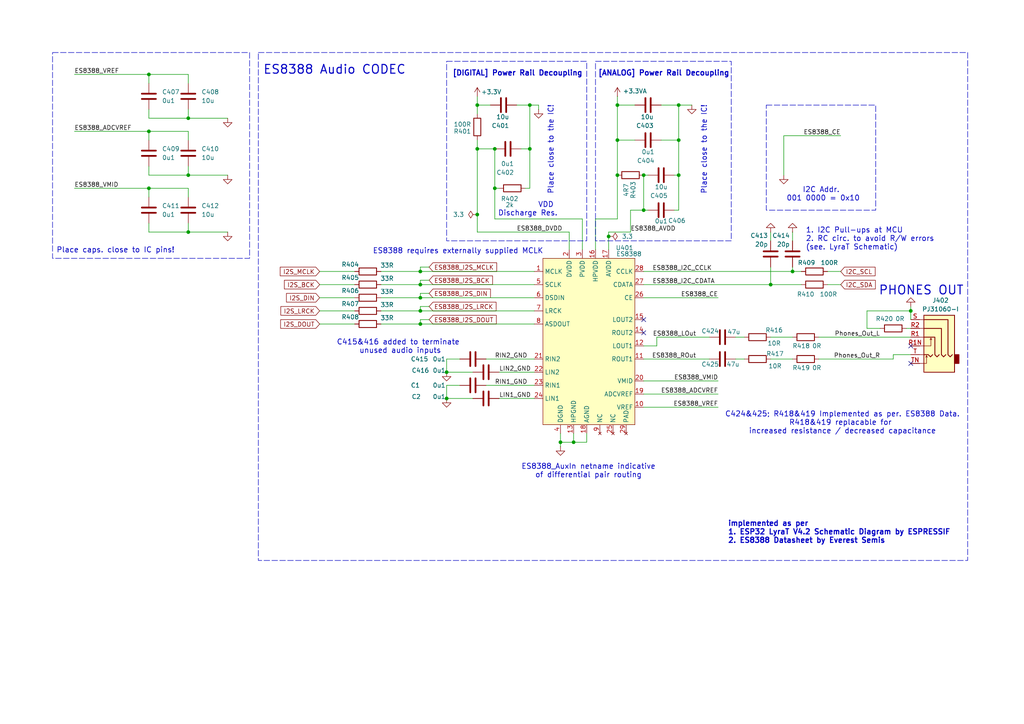
<source format=kicad_sch>
(kicad_sch (version 20231120) (generator "eeschema") (generator_version "8.0")
  (paper "A4")
  (title_block (title "BASM POCKETMUSEUM EDU V0") (date "2025-06-30"))
  (lib_symbols
    (symbol "Connector_Audio:AudioJack4_SwitchTR1"
      (property "Reference" "J" (at 0 11.43 0))
      (property "Value" "AudioJack4_SwitchTR1" (at 0 8.89 0))
      (symbol "AudioJack4_SwitchTR1_0_1"
        (rectangle (start -7.62 -5.08) (end -8.89 -7.62) (stroke (width 0.254)) (fill (type outline)))
        (polyline (pts (xy 1.27 -5.08) (xy 2.54 -5.08)))
        (polyline (pts (xy 1.27 2.54) (xy 2.54 2.54)))
        (polyline (pts (xy 2.54 0) (xy 1.27 0)))
        (polyline (pts (xy 2.54 5.08) (xy 1.27 5.08)))
        (rectangle (start 1.27 6.35) (end -7.62 -10.16) (stroke (width 0.254)) (fill (type background)))
      )
      (symbol "AudioJack4_SwitchTR1_1_1"
        (polyline (pts (xy -0.762 -0.254) (xy -0.508 -0.762)))
        (polyline (pts (xy 0.508 -5.334) (xy 0.762 -5.842)))
        (polyline (pts (xy -1.27 -5.08) (xy -0.635 -5.715) (xy 0 -5.08) (xy 1.27 -5.08)) (stroke (width 0.254)))
        (polyline (pts (xy 2.54 -7.62) (xy 0.508 -7.62) (xy 0.508 -5.334) (xy 0.254 -5.842)))
        (polyline (pts (xy 2.54 -2.54) (xy -0.762 -2.54) (xy -0.762 -0.254) (xy -1.016 -0.762)))
        (polyline (pts (xy -3.175 -5.08) (xy -2.54 -5.715) (xy -1.905 -5.08) (xy -1.905 0) (xy 1.27 0)) (stroke (width 0.254)))
        (polyline (pts (xy 1.27 2.54) (xy -3.81 2.54) (xy -3.81 -5.08) (xy -4.445 -5.715) (xy -5.08 -5.08)) (stroke (width 0.254)))
        (polyline (pts (xy 1.27 5.08) (xy -5.715 5.08) (xy -5.715 -5.08) (xy -6.35 -5.715) (xy -6.985 -5.08)) (stroke (width 0.254)))
        (pin passive line (at 5.08 0 180) (length 2.54) (name "~") (number "R1"))
        (pin passive line (at 5.08 -2.54 180) (length 2.54) (name "~") (number "R1N"))
        (pin passive line (at 5.08 2.54 180) (length 2.54) (name "~") (number "R2"))
        (pin passive line (at 5.08 5.08 180) (length 2.54) (name "~") (number "S"))
        (pin passive line (at 5.08 -5.08 180) (length 2.54) (name "~") (number "T"))
        (pin passive line (at 5.08 -7.62 180) (length 2.54) (name "~") (number "TN"))
      )
    )
    (symbol "Device:C" (pin_numbers hide) (pin_names (offset 0.254))
      (property "Reference" "C" (at 0.635 2.54 0))
      (property "Value" "C" (at 0.635 -2.54 0))
      (symbol "C_0_1"
        (polyline (pts (xy -2.032 -0.762) (xy 2.032 -0.762)) (stroke (width 0.508)))
        (polyline (pts (xy -2.032 0.762) (xy 2.032 0.762)) (stroke (width 0.508)))
      )
      (symbol "C_1_1"
        (pin passive line (at 0 3.81 270) (length 2.794) (name "~") (number "1"))
        (pin passive line (at 0 -3.81 90) (length 2.794) (name "~") (number "2"))
      )
    )
    (symbol "Device:R" (pin_numbers hide) (pin_names (offset 0))
      (property "Reference" "R" (at 2.032 0 90))
      (property "Value" "R" (at 0 0 90))
      (symbol "R_0_1"
        (rectangle (start -1.016 -2.54) (end 1.016 2.54) (stroke (width 0.254)))
      )
      (symbol "R_1_1"
        (pin passive line (at 0 3.81 270) (length 1.27) (name "~") (number "1"))
        (pin passive line (at 0 -3.81 90) (length 1.27) (name "~") (number "2"))
      )
    )
    (symbol "everestsemi:ES8388"
      (property "Reference" "U" (at 0 0 0))
      (symbol "ES8388_1_0"
        (pin input line (at 16.51 11.43 180) (length 2.54) (name "CE") (number "26"))
        (pin bidirectional line (at 16.51 15.24 180) (length 2.54) (name "CDATA") (number "27"))
        (pin input line (at 16.51 19.05 180) (length 2.54) (name "CCLK") (number "28"))
      )
      (symbol "ES8388_1_1"
        (rectangle (start -12.7 22.86) (end 13.97 -25.4) (fill (type background)))
        (pin input line (at -15.24 19.05 0) (length 2.54) (name "MCLK") (number "1"))
        (pin output line (at 16.51 -20.32 180) (length 2.54) (name "VREF") (number "10"))
        (pin output line (at 16.51 -6.35 180) (length 2.54) (name "ROUT1") (number "11"))
        (pin output line (at 16.51 -2.54 180) (length 2.54) (name "LOUT1") (number "12"))
        (pin power_in line (at -3.81 -27.94 90) (length 2.54) (name "HPGND") (number "13"))
        (pin output line (at 16.51 1.27 180) (length 2.54) (name "ROUT2") (number "14"))
        (pin output line (at 16.51 5.08 180) (length 2.54) (name "LOUT2") (number "15"))
        (pin power_in line (at 2.54 25.4 270) (length 2.54) (name "HPVDD") (number "16"))
        (pin power_in line (at 6.35 25.4 270) (length 2.54) (name "AVDD") (number "17"))
        (pin power_in line (at 0 -27.94 90) (length 2.54) (name "AGND") (number "18"))
        (pin output line (at 16.51 -16.51 180) (length 2.54) (name "ADCVREF") (number "19"))
        (pin power_in line (at -5.08 25.4 270) (length 2.54) (name "DVDD") (number "2"))
        (pin output line (at 16.51 -12.7 180) (length 2.54) (name "VMID") (number "20"))
        (pin input line (at -15.24 -6.35 0) (length 2.54) (name "RIN2") (number "21"))
        (pin input line (at -15.24 -10.16 0) (length 2.54) (name "LIN2") (number "22"))
        (pin input line (at -15.24 -13.97 0) (length 2.54) (name "RIN1") (number "23"))
        (pin input line (at -15.24 -17.78 0) (length 2.54) (name "LIN1") (number "24"))
        (pin no_connect line (at 7.62 -27.94 90) (length 2.54) (name "NC") (number "25"))
        (pin no_connect line (at 11.43 -27.94 90) (length 2.54) (name "PAD") (number "29"))
        (pin power_in line (at -1.27 25.4 270) (length 2.54) (name "PVDD") (number "3"))
        (pin power_in line (at -7.62 -27.94 90) (length 2.54) (name "DGND") (number "4"))
        (pin bidirectional line (at -15.24 15.24 0) (length 2.54) (name "SCLK") (number "5"))
        (pin input line (at -15.24 11.43 0) (length 2.54) (name "DSDIN") (number "6"))
        (pin bidirectional line (at -15.24 7.62 0) (length 2.54) (name "LRCK") (number "7"))
        (pin output line (at -15.24 3.81 0) (length 2.54) (name "ASDOUT") (number "8"))
        (pin no_connect line (at 3.81 -27.94 90) (length 2.54) (name "NC") (number "9"))
      )
    )
    (symbol "power:+3.3V" (power) (pin_numbers hide) (pin_names (offset 0) hide)
      (property "Value" "+3.3V" (at 0 3.556 0))
      (symbol "+3.3V_0_1"
        (polyline (pts (xy -0.762 1.27) (xy 0 2.54)))
        (polyline (pts (xy 0 0) (xy 0 2.54)))
        (polyline (pts (xy 0 2.54) (xy 0.762 1.27)))
      )
      (symbol "+3.3V_1_1"
        (pin power_in line (at 0 0 90) (length 0) (name "~") (number "1"))
      )
    )
    (symbol "power:+3.3VA" (power) (pin_numbers hide) (pin_names (offset 0) hide)
      (property "Value" "+3.3VA" (at 0 3.556 0))
      (symbol "+3.3VA_0_1"
        (polyline (pts (xy -0.762 1.27) (xy 0 2.54)))
        (polyline (pts (xy 0 0) (xy 0 2.54)))
        (polyline (pts (xy 0 2.54) (xy 0.762 1.27)))
      )
      (symbol "+3.3VA_1_1"
        (pin power_in line (at 0 0 90) (length 0) (name "~") (number "1"))
      )
    )
    (symbol "power:GND" (power) (pin_numbers hide) (pin_names (offset 0) hide)
      (property "Value" "GND" (at 0 -3.81 0))
      (symbol "GND_0_1"
        (polyline (pts (xy 0 0) (xy 0 -1.27) (xy 1.27 -1.27) (xy 0 -2.54) (xy -1.27 -1.27) (xy 0 -1.27)))
      )
      (symbol "GND_1_1"
        (pin power_in line (at 0 0 270) (length 0) (name "~") (number "1"))
      )
    )
    (symbol "power:PWR_FLAG" (power) (pin_numbers hide) (pin_names (offset 0) hide)
      (property "Value" "PWR_FLAG" (at 0 3.81 0))
      (symbol "PWR_FLAG_0_0"
        (pin power_out line (at 0 0 90) (length 0) (name "~") (number "1"))
      )
      (symbol "PWR_FLAG_0_1"
        (polyline (pts (xy 0 0) (xy 0 1.27) (xy -1.016 1.905) (xy 0 2.54) (xy 1.016 1.905) (xy 0 1.27)))
      )
    )
  )
  (junction (at 138.43 30.48))
  (junction (at 129.54 107.95))
  (junction (at 176.53 68.58))
  (junction (at 186.69 60.96))
  (junction (at 54.61 67.31))
  (junction (at 179.07 30.48))
  (junction (at 121.92 90.17))
  (junction (at 54.61 50.8))
  (junction (at 121.92 93.98))
  (junction (at 179.07 40.64))
  (junction (at 162.56 128.27))
  (junction (at 143.51 54.61))
  (junction (at 264.16 90.17))
  (junction (at 43.18 21.59))
  (junction (at 121.92 86.36))
  (junction (at 196.85 40.64))
  (junction (at 129.54 115.57))
  (junction (at 166.37 128.27))
  (junction (at 153.67 43.18))
  (junction (at 153.67 30.48))
  (junction (at 121.92 78.74))
  (junction (at 196.85 30.48))
  (junction (at 223.52 82.55))
  (junction (at 196.85 50.8))
  (junction (at 138.43 43.18))
  (junction (at 143.51 43.18))
  (junction (at 43.18 54.61))
  (junction (at 54.61 34.29))
  (junction (at 43.18 38.1))
  (junction (at 179.07 50.8))
  (junction (at 186.69 50.8))
  (junction (at 229.87 78.74))
  (junction (at 121.92 82.55))
  (junction (at 138.43 62.23))
  (no_connect (at 186.69 92.71))
  (no_connect (at 264.16 100.33))
  (no_connect (at 264.16 105.41))
  (no_connect (at 186.69 96.52))
  (wire (pts (xy 43.18 54.61) (xy 43.18 57.15)))
  (wire (pts (xy 129.54 104.14) (xy 129.54 107.95)))
  (wire (pts (xy 92.71 93.98) (xy 102.87 93.98)))
  (wire (pts (xy 153.67 30.48) (xy 153.67 43.18)))
  (wire (pts (xy 186.69 60.96) (xy 186.69 50.8)))
  (wire (pts (xy 110.49 82.55) (xy 121.92 82.55)))
  (wire (pts (xy 138.43 62.23) (xy 138.43 43.18)))
  (wire (pts (xy 144.78 115.57) (xy 154.94 115.57)))
  (wire (pts (xy 227.33 39.37) (xy 227.33 50.8)))
  (wire (pts (xy 92.71 86.36) (xy 102.87 86.36)))
  (wire (pts (xy 43.18 50.8) (xy 54.61 50.8)))
  (wire (pts (xy 182.88 67.31) (xy 182.88 60.96)))
  (wire (pts (xy 92.71 78.74) (xy 102.87 78.74)))
  (wire (pts (xy 54.61 48.26) (xy 54.61 50.8)))
  (wire (pts (xy 264.16 90.17) (xy 264.16 92.71)))
  (wire (pts (xy 138.43 43.18) (xy 138.43 40.64)))
  (wire (pts (xy 43.18 64.77) (xy 43.18 67.31)))
  (wire (pts (xy 170.18 128.27) (xy 166.37 128.27)))
  (wire (pts (xy 168.91 72.39) (xy 168.91 63.5)))
  (wire (pts (xy 129.54 111.76) (xy 129.54 115.57)))
  (wire (pts (xy 143.51 54.61) (xy 144.78 54.61)))
  (wire (pts (xy 92.71 90.17) (xy 102.87 90.17)))
  (wire (pts (xy 223.52 77.47) (xy 223.52 82.55)))
  (wire (pts (xy 227.33 39.37) (xy 243.84 39.37)))
  (wire (pts (xy 186.69 60.96) (xy 187.96 60.96)))
  (wire (pts (xy 110.49 93.98) (xy 121.92 93.98)))
  (wire (pts (xy 54.61 64.77) (xy 54.61 67.31)))
  (wire (pts (xy 190.5 97.79) (xy 190.5 100.33)))
  (wire (pts (xy 43.18 21.59) (xy 43.18 24.13)))
  (wire (pts (xy 251.46 90.17) (xy 264.16 90.17)))
  (wire (pts (xy 243.84 82.55) (xy 240.03 82.55)))
  (wire (pts (xy 165.1 72.39) (xy 165.1 67.31)))
  (wire (pts (xy 140.97 111.76) (xy 154.94 111.76)))
  (wire (pts (xy 153.67 30.48) (xy 156.21 30.48)))
  (wire (pts (xy 144.78 107.95) (xy 154.94 107.95)))
  (wire (pts (xy 121.92 82.55) (xy 154.94 82.55)))
  (wire (pts (xy 121.92 77.47) (xy 121.92 78.74)))
  (wire (pts (xy 43.18 48.26) (xy 43.18 50.8)))
  (wire (pts (xy 195.58 60.96) (xy 196.85 60.96)))
  (wire (pts (xy 186.69 114.3) (xy 208.28 114.3)))
  (wire (pts (xy 43.18 21.59) (xy 21.59 21.59)))
  (wire (pts (xy 152.4 54.61) (xy 153.67 54.61)))
  (wire (pts (xy 121.92 92.71) (xy 121.92 93.98)))
  (wire (pts (xy 121.92 81.28) (xy 121.92 82.55)))
  (wire (pts (xy 43.18 38.1) (xy 43.18 40.64)))
  (wire (pts (xy 196.85 50.8) (xy 196.85 40.64)))
  (wire (pts (xy 264.16 102.87) (xy 259.08 102.87)))
  (wire (pts (xy 264.16 88.9) (xy 264.16 90.17)))
  (wire (pts (xy 110.49 78.74) (xy 121.92 78.74)))
  (wire (pts (xy 232.41 78.74) (xy 229.87 78.74)))
  (wire (pts (xy 259.08 102.87) (xy 259.08 104.14)))
  (wire (pts (xy 54.61 50.8) (xy 66.04 50.8)))
  (wire (pts (xy 124.46 81.28) (xy 121.92 81.28)))
  (wire (pts (xy 121.92 86.36) (xy 154.94 86.36)))
  (wire (pts (xy 124.46 92.71) (xy 121.92 92.71)))
  (wire (pts (xy 186.69 118.11) (xy 208.28 118.11)))
  (wire (pts (xy 191.77 40.64) (xy 196.85 40.64)))
  (wire (pts (xy 186.69 78.74) (xy 229.87 78.74)))
  (wire (pts (xy 232.41 82.55) (xy 223.52 82.55)))
  (wire (pts (xy 229.87 67.31) (xy 229.87 69.85)))
  (wire (pts (xy 229.87 77.47) (xy 229.87 78.74)))
  (wire (pts (xy 186.69 104.14) (xy 205.74 104.14)))
  (wire (pts (xy 190.5 97.79) (xy 205.74 97.79)))
  (wire (pts (xy 121.92 78.74) (xy 154.94 78.74)))
  (wire (pts (xy 43.18 67.31) (xy 54.61 67.31)))
  (wire (pts (xy 186.69 110.49) (xy 208.28 110.49)))
  (wire (pts (xy 121.92 93.98) (xy 154.94 93.98)))
  (wire (pts (xy 195.58 50.8) (xy 196.85 50.8)))
  (wire (pts (xy 110.49 86.36) (xy 121.92 86.36)))
  (wire (pts (xy 54.61 24.13) (xy 54.61 21.59)))
  (wire (pts (xy 179.07 40.64) (xy 179.07 30.48)))
  (wire (pts (xy 92.71 82.55) (xy 102.87 82.55)))
  (wire (pts (xy 140.97 104.14) (xy 154.94 104.14)))
  (wire (pts (xy 166.37 125.73) (xy 166.37 128.27)))
  (wire (pts (xy 121.92 88.9) (xy 121.92 90.17)))
  (wire (pts (xy 213.36 104.14) (xy 215.9 104.14)))
  (wire (pts (xy 259.08 104.14) (xy 237.49 104.14)))
  (wire (pts (xy 138.43 33.02) (xy 138.43 30.48)))
  (wire (pts (xy 172.72 63.5) (xy 179.07 63.5)))
  (wire (pts (xy 172.72 63.5) (xy 172.72 72.39)))
  (wire (pts (xy 129.54 104.14) (xy 133.35 104.14)))
  (wire (pts (xy 121.92 85.09) (xy 121.92 86.36)))
  (wire (pts (xy 124.46 88.9) (xy 121.92 88.9)))
  (wire (pts (xy 54.61 67.31) (xy 66.04 67.31)))
  (wire (pts (xy 143.51 54.61) (xy 143.51 43.18)))
  (wire (pts (xy 43.18 31.75) (xy 43.18 34.29)))
  (wire (pts (xy 196.85 40.64) (xy 196.85 30.48)))
  (wire (pts (xy 156.21 30.48) (xy 156.21 31.75)))
  (wire (pts (xy 129.54 111.76) (xy 133.35 111.76)))
  (wire (pts (xy 129.54 115.57) (xy 137.16 115.57)))
  (wire (pts (xy 153.67 43.18) (xy 151.13 43.18)))
  (wire (pts (xy 223.52 104.14) (xy 229.87 104.14)))
  (wire (pts (xy 179.07 50.8) (xy 179.07 40.64)))
  (wire (pts (xy 186.69 82.55) (xy 223.52 82.55)))
  (wire (pts (xy 153.67 54.61) (xy 153.67 43.18)))
  (wire (pts (xy 138.43 67.31) (xy 138.43 62.23)))
  (wire (pts (xy 162.56 128.27) (xy 162.56 129.54)))
  (wire (pts (xy 121.92 90.17) (xy 154.94 90.17)))
  (wire (pts (xy 54.61 40.64) (xy 54.61 38.1)))
  (wire (pts (xy 196.85 60.96) (xy 196.85 50.8)))
  (wire (pts (xy 223.52 69.85) (xy 223.52 67.31)))
  (wire (pts (xy 129.54 107.95) (xy 137.16 107.95)))
  (wire (pts (xy 54.61 57.15) (xy 54.61 54.61)))
  (wire (pts (xy 191.77 30.48) (xy 196.85 30.48)))
  (wire (pts (xy 54.61 38.1) (xy 43.18 38.1)))
  (wire (pts (xy 251.46 95.25) (xy 251.46 90.17)))
  (wire (pts (xy 213.36 97.79) (xy 215.9 97.79)))
  (wire (pts (xy 182.88 60.96) (xy 186.69 60.96)))
  (wire (pts (xy 124.46 77.47) (xy 121.92 77.47)))
  (wire (pts (xy 243.84 78.74) (xy 240.03 78.74)))
  (wire (pts (xy 166.37 128.27) (xy 162.56 128.27)))
  (wire (pts (xy 255.27 95.25) (xy 251.46 95.25)))
  (wire (pts (xy 54.61 34.29) (xy 66.04 34.29)))
  (wire (pts (xy 179.07 63.5) (xy 179.07 50.8)))
  (wire (pts (xy 179.07 27.94) (xy 179.07 30.48)))
  (wire (pts (xy 179.07 40.64) (xy 184.15 40.64)))
  (wire (pts (xy 138.43 43.18) (xy 143.51 43.18)))
  (wire (pts (xy 223.52 97.79) (xy 229.87 97.79)))
  (wire (pts (xy 186.69 50.8) (xy 187.96 50.8)))
  (wire (pts (xy 162.56 125.73) (xy 162.56 128.27)))
  (wire (pts (xy 176.53 72.39) (xy 176.53 68.58)))
  (wire (pts (xy 43.18 34.29) (xy 54.61 34.29)))
  (wire (pts (xy 262.89 95.25) (xy 264.16 95.25)))
  (wire (pts (xy 186.69 86.36) (xy 208.28 86.36)))
  (wire (pts (xy 138.43 30.48) (xy 142.24 30.48)))
  (wire (pts (xy 170.18 125.73) (xy 170.18 128.27)))
  (wire (pts (xy 196.85 30.48) (xy 200.66 30.48)))
  (wire (pts (xy 54.61 31.75) (xy 54.61 34.29)))
  (wire (pts (xy 149.86 30.48) (xy 153.67 30.48)))
  (wire (pts (xy 190.5 100.33) (xy 186.69 100.33)))
  (wire (pts (xy 165.1 67.31) (xy 138.43 67.31)))
  (wire (pts (xy 179.07 30.48) (xy 184.15 30.48)))
  (wire (pts (xy 138.43 27.94) (xy 138.43 30.48)))
  (wire (pts (xy 54.61 54.61) (xy 43.18 54.61)))
  (wire (pts (xy 176.53 67.31) (xy 182.88 67.31)))
  (wire (pts (xy 237.49 97.79) (xy 264.16 97.79)))
  (wire (pts (xy 124.46 85.09) (xy 121.92 85.09)))
  (wire (pts (xy 143.51 63.5) (xy 168.91 63.5)))
  (wire (pts (xy 110.49 90.17) (xy 121.92 90.17)))
  (wire (pts (xy 143.51 63.5) (xy 143.51 54.61)))
  (wire (pts (xy 43.18 38.1) (xy 21.59 38.1)))
  (wire (pts (xy 43.18 54.61) (xy 21.59 54.61)))
  (wire (pts (xy 176.53 68.58) (xy 176.53 67.31)))
  (wire (pts (xy 54.61 21.59) (xy 43.18 21.59)))
  (rectangle (start 74.93 15.24) (end 280.67 162.56) (stroke (width 0) (type dash)))
  (rectangle (start 129.54 17.78) (end 170.18 69.85) (stroke (width 0) (type dash)))
  (rectangle (start 172.72 17.78) (end 212.09 69.85) (stroke (width 0) (type dash)))
  (rectangle (start 222.25 30.48) (end 254 60.96) (stroke (width 0) (type dash)))
  (rectangle (start 15.24 15.24) (end 72.39 74.93) (stroke (width 0) (type dash)))
  (text "1. I2C Pull-ups at MCU\n2. RC circ. to avoid R/W errors \n(see. LyraT Schematic)\n" (at 233.68 69.342 0) (effects (font (size 1.524 1.524) (thickness 0.1905)) (justify left)))
  (text "ES8388 Audio CODEC" (at 97.028 20.32 0) (effects (font (size 2.54 2.54) (thickness 0.3048) (bold yes))))
  (text "ES8388 requires externally supplied MCLK" (at 132.842 72.898 0) (effects (font (size 1.524 1.524) (thickness 0.1905))))
  (text "Place caps. close to IC pins!" (at 33.528 72.644 0) (effects (font (size 1.524 1.524) (thickness 0.1905))))
  (text "Place close to the IC!" (at 204.216 43.434 90) (effects (font (size 1.524 1.524) (thickness 0.1905))))
  (text "ES8388_AuxIn netname indicative\nof differential pair routing" (at 170.688 136.652 0) (effects (font (size 1.524 1.524) (thickness 0.1905))))
  (text "[ANALOG] Power Rail Decoupling" (at 192.532 21.336 0) (effects (font (size 1.524 1.524) (thickness 0.3048) (bold yes))))
  (text "[DIGITAL] Power Rail Decoupling" (at 150.114 21.336 0) (effects (font (size 1.524 1.524) (thickness 0.3048) (bold yes))))
  (text "PHONES OUT" (at 267.208 84.328 0) (effects (font (size 2.54 2.54) (thickness 0.3048) (bold yes))))
  (text "C415&416 added to terminate \nunused audio inputs" (at 116.078 100.584 0) (effects (font (size 1.524 1.524) (thickness 0.1905))))
  (text "implemented as per \n1. ESP32 LyraT V4.2 Schematic Diagram by ESPRESSIF\n2. ES8388 Datasheet by Everest Semis" (at 211.074 154.432 0) (effects (font (size 1.524 1.524) (thickness 0.3048) (bold yes)) (justify left)))
  (text "VDD \nDischarge Res." (at 161.798 60.706 0) (effects (font (size 1.524 1.524) (thickness 0.1905)) (justify right)))
  (text "C424&425; R418&419 Implemented as per. ES8388 Data.\nR418&419 replacable for \nincreased resistance / decreased capacitance" (at 244.348 122.682 0) (effects (font (size 1.524 1.524) (thickness 0.1905))))
  (text "Place close to the IC!" (at 159.766 43.434 90) (effects (font (size 1.524 1.524) (thickness 0.1905))))
  (text "I2C Addr. \n001 0000 = 0x10" (at 238.76 56.388 0) (effects (font (size 1.524 1.524) (thickness 0.1905))))
  (label "LIN2_GND" (at 144.78 107.95 0))
  (label "Phones_Out_L" (at 255.27 97.79 180))
  (label "ES8388_ADCVREF" (at 21.59 38.1 0))
  (label "ES8388_CE" (at 243.84 39.37 180))
  (label "LIN1_GND" (at 144.78 115.57 0))
  (label "ES8388_ADCVREF" (at 208.28 114.3 180))
  (label "ES8388_I2C_CCLK" (at 189.23 78.74 0))
  (label "Phones_Out_R" (at 255.27 104.14 180))
  (label "ES8388_VREF" (at 21.59 21.59 0))
  (label "RIN2_GND" (at 143.51 104.14 0))
  (label "ES8388_VMID" (at 208.28 110.49 180))
  (label "ES8388_ROut" (at 201.93 104.14 180))
  (label "ES8388_CE" (at 208.28 86.36 180))
  (label "ES8388_AVDD" (at 182.88 67.31 0))
  (label "ES8388_DVDD" (at 149.86 67.31 0))
  (label "RIN1_GND" (at 143.51 111.76 0))
  (label "ES8388_VMID" (at 21.59 54.61 0))
  (label "ES8388_LOut" (at 201.93 97.79 180))
  (label "ES8388_I2C_CDATA" (at 189.23 82.55 0))
  (label "ES8388_VREF" (at 208.28 118.11 180))
  (global_label "ES8388_I2S_DOUT" (shape input) (at 124.46 92.71 0) (property "Intersheetrefs" "${INTERSHEET_REFS}" (effects (hide yes))))
  (global_label "ES8388_I2S_MCLK" (shape input) (at 124.46 77.47 0) (property "Intersheetrefs" "${INTERSHEET_REFS}" (effects (hide yes))))
  (global_label "ES8388_I2S_DIN" (shape input) (at 124.46 85.09 0) (property "Intersheetrefs" "${INTERSHEET_REFS}" (effects (hide yes))))
  (global_label "ES8388_I2S_LRCK" (shape input) (at 124.46 88.9 0) (property "Intersheetrefs" "${INTERSHEET_REFS}" (effects (hide yes))))
  (global_label "I2S_MCLK" (shape input) (at 92.71 78.74 180) (property "Intersheetrefs" "${INTERSHEET_REFS}" (effects (hide yes))))
  (global_label "I2C_SCL" (shape input) (at 243.84 78.74 0) (property "Intersheetrefs" "${INTERSHEET_REFS}" (effects (hide yes))))
  (global_label "I2C_SDA" (shape input) (at 243.84 82.55 0) (property "Intersheetrefs" "${INTERSHEET_REFS}" (effects (hide yes))))
  (global_label "I2S_DIN" (shape input) (at 92.71 86.36 180) (property "Intersheetrefs" "${INTERSHEET_REFS}" (effects (hide yes))))
  (global_label "I2S_DOUT" (shape input) (at 92.71 93.98 180) (property "Intersheetrefs" "${INTERSHEET_REFS}" (effects (hide yes))))
  (global_label "ES8388_I2S_BCK" (shape input) (at 124.46 81.28 0) (property "Intersheetrefs" "${INTERSHEET_REFS}" (effects (hide yes))))
  (global_label "I2S_BCK" (shape input) (at 92.71 82.55 180) (property "Intersheetrefs" "${INTERSHEET_REFS}" (effects (hide yes))))
  (global_label "I2S_LRCK" (shape input) (at 92.71 90.17 180) (property "Intersheetrefs" "${INTERSHEET_REFS}" (effects (hide yes))))
  (symbol (lib_id "Device:C") (at 54.61 44.45 0) (unit 1)
    (property "Reference" "C410" (at 58.42 43.1799 0) (effects (justify left)))
    (property "Value" "10u" (at 58.42 45.7199 0) (effects (justify left)))
    (property "Footprint" "Capacitor_SMD:C_0603_1608Metric" (effects (hide yes)))
    (property "Description" "Unpolarized capacitor" (effects (hide yes)))
    (property "JLCPCB Link" "https://jlcpcb.com/partdetail/2043-CL10A106MQ8NNNC/C1691" (effects (hide yes)))
    (property "Manufacturer" "Samsung Electro-Mechanics " (effects (hide yes)))
    (property "Manufacturer P/N" "CL10A106MQ8NNNC" (effects (hide yes)))
  )
  (symbol (lib_id "power:+3.3V") (at 138.43 27.94 0) (unit 1)
    (property "Reference" "#PWR087" (effects (hide yes)))
    (property "Value" "+3.3V" (at 142.494 26.67 0))
    (property "Description" "Power symbol creates a global label with name \"+3.3V\"" (effects (hide yes)))
  )
  (symbol (lib_id "Device:R") (at 106.68 78.74 90) (unit 1)
    (property "Reference" "R404" (at 101.6 76.708 90))
    (property "Value" "33R" (at 112.268 76.962 90))
    (property "Footprint" "Resistor_SMD:R_0402_1005Metric" (effects (hide yes)))
    (property "Description" "Resistor" (effects (hide yes)))
    (property "JLCPCB Link" "https://jlcpcb.com/partdetail/25848-0402WGF330JTCE/C25105" (effects (hide yes)))
    (property "Manufacturer" "UNI-ROYAL(Uniroyal Elec) " (effects (hide yes)))
    (property "Manufacturer P/N" "0402WGF330JTCE" (effects (hide yes)))
  )
  (symbol (lib_id "Device:C") (at 146.05 30.48 90) (unit 1)
    (property "Reference" "C401" (at 147.701 36.449 90) (effects (justify left)))
    (property "Value" "10u" (at 147.701 33.909 90) (effects (justify left)))
    (property "Footprint" "Capacitor_SMD:C_0603_1608Metric" (effects (hide yes)))
    (property "Description" "Unpolarized capacitor" (effects (hide yes)))
    (property "JLCPCB Link" "https://jlcpcb.com/partdetail/2043-CL10A106MQ8NNNC/C1691" (effects (hide yes)))
    (property "Manufacturer" "Samsung Electro-Mechanics " (effects (hide yes)))
    (property "Manufacturer P/N" "CL10A106MQ8NNNC" (effects (hide yes)))
  )
  (symbol (lib_id "Device:R") (at 106.68 93.98 90) (unit 1)
    (property "Reference" "R408" (at 101.6 91.948 90))
    (property "Value" "33R" (at 112.268 92.202 90))
    (property "Footprint" "Resistor_SMD:R_0402_1005Metric" (effects (hide yes)))
    (property "Description" "Resistor" (effects (hide yes)))
    (property "JLCPCB Link" "https://jlcpcb.com/partdetail/25848-0402WGF330JTCE/C25105" (effects (hide yes)))
    (property "Manufacturer" "UNI-ROYAL(Uniroyal Elec) " (effects (hide yes)))
    (property "Manufacturer P/N" "0402WGF330JTCE" (effects (hide yes)))
  )
  (symbol (lib_id "Device:C") (at 209.55 97.79 270) (unit 1)
    (property "Reference" "C424" (at 205.994 96.012 90))
    (property "Value" "47u" (at 212.852 96.266 90))
    (property "Footprint" "Capacitor_SMD:C_0603_1608Metric" (effects (hide yes)))
    (property "Description" "Unpolarized capacitor" (effects (hide yes)))
    (property "JLCPCB Link" "https://jlcpcb.com/partdetail/152108-GRM188R60J476ME15D/C140782" (effects (hide yes)))
    (property "Manufacturer" "Murata Electronics" (effects (hide yes)))
    (property "Manufacturer P/N" "GRM188R60J476ME15D" (effects (hide yes)))
  )
  (symbol (lib_id "Device:C") (at 209.55 104.14 270) (unit 1)
    (property "Reference" "C425" (at 205.994 105.664 90))
    (property "Value" "47u" (at 212.598 105.664 90))
    (property "Footprint" "Capacitor_SMD:C_0603_1608Metric" (effects (hide yes)))
    (property "Description" "Unpolarized capacitor" (effects (hide yes)))
    (property "JLCPCB Link" "https://jlcpcb.com/partdetail/152108-GRM188R60J476ME15D/C140782" (effects (hide yes)))
    (property "Manufacturer" "Murata Electronics" (effects (hide yes)))
    (property "Manufacturer P/N" "GRM188R60J476ME15D" (effects (hide yes)))
  )
  (symbol (lib_id "Device:R") (at 259.08 95.25 90) (mirror x) (unit 1)
    (property "Reference" "R420" (at 259.08 92.456 90) (effects (justify left)))
    (property "Value" "0R" (at 262.382 92.456 90) (effects (justify left)))
    (property "Footprint" "Resistor_SMD:R_0603_1608Metric" (effects (hide yes)))
    (property "Description" "Resistor" (effects (hide yes)))
    (property "JLCPCB Link" "https://jlcpcb.com/partdetail/16080-0603WAJ0000T5E/C15402" (effects (hide yes)))
    (property "Manufacturer" "UNI-ROYAL(Uniroyal Elec) " (effects (hide yes)))
    (property "Manufacturer P/N" "0603WAJ0000T5E" (effects (hide yes)))
  )
  (symbol (lib_id "Device:R") (at 148.59 54.61 270) (unit 1)
    (property "Reference" "R402" (at 147.828 57.658 90))
    (property "Value" "2k" (at 147.828 59.436 90))
    (property "Footprint" "Resistor_SMD:R_0402_1005Metric" (effects (hide yes)))
    (property "Description" "Resistor" (effects (hide yes)))
    (property "JLCPCB Link" "https://jlcpcb.com/partdetail/4516-0402WGF2001TCE/C4109" (effects (hide yes)))
    (property "Manufacturer" "UNI-ROYAL(Uniroyal Elec) " (effects (hide yes)))
    (property "Manufacturer P/N" "0402WGF2001TCE" (effects (hide yes)))
  )
  (symbol (lib_id "Device:R") (at 138.43 36.83 180) (unit 1)
    (property "Reference" "R401" (at 134.112 38.1 0))
    (property "Value" "100R" (at 134.112 36.068 0))
    (property "Footprint" "Resistor_SMD:R_0402_1005Metric" (effects (hide yes)))
    (property "Description" "Resistor" (effects (hide yes)))
    (property "JLCPCB Link" "https://jlcpcb.com/partdetail/25881-0402WGJ0101TCE/C25138" (effects (hide yes)))
    (property "Manufacturer" "UNI-ROYAL(Uniroyal Elec) " (effects (hide yes)))
    (property "Manufacturer P/N" "0402WGJ0101TCE" (effects (hide yes)))
  )
  (symbol (lib_id "Device:C") (at 54.61 60.96 0) (unit 1)
    (property "Reference" "C412" (at 58.42 59.6899 0) (effects (justify left)))
    (property "Value" "10u" (at 58.42 62.2299 0) (effects (justify left)))
    (property "Footprint" "Capacitor_SMD:C_0603_1608Metric" (effects (hide yes)))
    (property "Description" "Unpolarized capacitor" (effects (hide yes)))
    (property "JLCPCB Link" "https://jlcpcb.com/partdetail/2043-CL10A106MQ8NNNC/C1691" (effects (hide yes)))
    (property "Manufacturer" "Samsung Electro-Mechanics " (effects (hide yes)))
    (property "Manufacturer P/N" "CL10A106MQ8NNNC" (effects (hide yes)))
  )
  (symbol (lib_id "power:GND") (at 223.52 67.31 180) (unit 1)
    (property "Reference" "#PWR093" (effects (hide yes)))
    (property "Value" "GND" (effects (hide yes)))
    (property "Description" "Power symbol creates a global label with name \"GND\" , ground" (effects (hide yes)))
  )
  (symbol (lib_id "power:GND") (at 129.54 107.95 0) (mirror y) (unit 1)
    (property "Reference" "#PWR086" (effects (hide yes)))
    (property "Value" "GND" (effects (hide yes)))
    (property "Description" "Power symbol creates a global label with name \"GND\" , ground" (effects (hide yes)))
  )
  (symbol (lib_id "power:GND") (at 129.54 115.57 0) (mirror y) (unit 1)
    (property "Reference" "#PWR01" (effects (hide yes)))
    (property "Value" "GND" (effects (hide yes)))
    (property "Description" "Power symbol creates a global label with name \"GND\" , ground" (effects (hide yes)))
  )
  (symbol (lib_id "Device:C") (at 229.87 73.66 0) (mirror y) (unit 1)
    (property "Reference" "C414" (at 229.108 68.326 0) (effects (justify left)))
    (property "Value" "20p" (at 229.108 70.866 0) (effects (justify left)))
    (property "Footprint" "Capacitor_SMD:C_0402_1005Metric" (effects (hide yes)))
    (property "Description" "Unpolarized capacitor" (effects (hide yes)))
    (property "JLCPCB Link" "https://jlcpcb.com/partdetail/1906-0402CG200J500NT/C1554" (effects (hide yes)))
    (property "Manufacturer" "FH (Guangdong Fenghua Advanced Tech) " (effects (hide yes)))
    (property "Manufacturer P/N" "0402CG200J500NT" (effects (hide yes)))
  )
  (symbol (lib_id "Device:C") (at 43.18 60.96 0) (unit 1)
    (property "Reference" "C411" (at 46.99 59.6899 0) (effects (justify left)))
    (property "Value" "0u1" (at 46.99 62.2299 0) (effects (justify left)))
    (property "Footprint" "Capacitor_SMD:C_0402_1005Metric" (effects (hide yes)))
    (property "Description" "Unpolarized capacitor" (effects (hide yes)))
    (property "JLCPCB Link" "https://jlcpcb.com/partdetail/1877-CL05B104KO5NNNC/C1525" (effects (hide yes)))
    (property "Manufacturer" "Samsung Electro-Mechanics " (effects (hide yes)))
    (property "Manufacturer P/N" "CL05B104KO5NNNC" (effects (hide yes)))
  )
  (symbol (lib_id "everestsemi:ES8388") (at 170.18 97.79 0) (unit 1)
    (property "Reference" "U401" (at 178.562 71.882 0) (effects (justify left)))
    (property "Value" "ES8388" (at 178.7241 73.66 0) (effects (justify left)))
    (property "Footprint" "Package_DFN_QFN:QFN-28-1EP_4x4mm_P0.45mm_EP2.6x2.6mm" (effects (hide yes)))
    (property "Datasheet" "http://www.everest-semi.com/pdf/ES8388%20DS.pdf" (effects (hide yes)))
    (property "JLCPCB Link" "https://jlcpcb.com/partdetail/339918-ES8388/C365736" (effects (hide yes)))
    (property "Manufacturer" "Everest-semi(Everest Semiconductor) " (effects (hide yes)))
    (property "Manufacturer P/N" "ES8388" (effects (hide yes)))
  )
  (symbol (lib_id "power:PWR_FLAG") (at 176.53 68.58 270) (unit 1)
    (property "Reference" "#FLG05" (effects (hide yes)))
    (property "Value" "3.3" (at 180.34 68.5799 90) (effects (justify left)))
    (property "Description" "Special symbol for telling ERC where power comes from" (effects (hide yes)))
  )
  (symbol (lib_id "Device:R") (at 106.68 90.17 90) (unit 1)
    (property "Reference" "R407" (at 101.6 88.138 90))
    (property "Value" "33R" (at 112.268 88.392 90))
    (property "Footprint" "Resistor_SMD:R_0402_1005Metric" (effects (hide yes)))
    (property "Description" "Resistor" (effects (hide yes)))
    (property "JLCPCB Link" "https://jlcpcb.com/partdetail/25848-0402WGF330JTCE/C25105" (effects (hide yes)))
    (property "Manufacturer" "UNI-ROYAL(Uniroyal Elec) " (effects (hide yes)))
    (property "Manufacturer P/N" "0402WGF330JTCE" (effects (hide yes)))
  )
  (symbol (lib_id "Device:C") (at 187.96 40.64 90) (unit 1)
    (property "Reference" "C404" (at 189.865 46.609 90) (effects (justify left)))
    (property "Value" "0u1" (at 189.865 44.069 90) (effects (justify left)))
    (property "Footprint" "Capacitor_SMD:C_0402_1005Metric" (effects (hide yes)))
    (property "Description" "Unpolarized capacitor" (effects (hide yes)))
    (property "JLCPCB Link" "https://jlcpcb.com/partdetail/1877-CL05B104KO5NNNC/C1525" (effects (hide yes)))
    (property "Manufacturer" "Samsung Electro-Mechanics " (effects (hide yes)))
    (property "Manufacturer P/N" "CL05B104KO5NNNC" (effects (hide yes)))
  )
  (symbol (lib_id "Device:C") (at 191.77 60.96 90) (unit 1)
    (property "Reference" "C406" (at 198.882 64.008 90) (effects (justify left)))
    (property "Value" "0u1" (at 193.675 64.135 90) (effects (justify left)))
    (property "Footprint" "Capacitor_SMD:C_0402_1005Metric" (effects (hide yes)))
    (property "Description" "Unpolarized capacitor" (effects (hide yes)))
    (property "JLCPCB Link" "https://jlcpcb.com/partdetail/1877-CL05B104KO5NNNC/C1525" (effects (hide yes)))
    (property "Manufacturer" "Samsung Electro-Mechanics " (effects (hide yes)))
    (property "Manufacturer P/N" "CL05B104KO5NNNC" (effects (hide yes)))
  )
  (symbol (lib_id "Device:R") (at 106.68 86.36 90) (unit 1)
    (property "Reference" "R406" (at 101.6 84.328 90))
    (property "Value" "33R" (at 112.268 84.582 90))
    (property "Footprint" "Resistor_SMD:R_0402_1005Metric" (effects (hide yes)))
    (property "Description" "Resistor" (effects (hide yes)))
    (property "JLCPCB Link" "https://jlcpcb.com/partdetail/25848-0402WGF330JTCE/C25105" (effects (hide yes)))
    (property "Manufacturer" "UNI-ROYAL(Uniroyal Elec) " (effects (hide yes)))
    (property "Manufacturer P/N" "0402WGF330JTCE" (effects (hide yes)))
  )
  (symbol (lib_id "Device:C") (at 137.16 111.76 270) (unit 1)
    (property "Reference" "C1" (at 119.126 111.76 90) (effects (justify left)))
    (property "Value" "0u1" (at 125.476 111.76 90) (effects (justify left)))
    (property "Footprint" "Capacitor_SMD:C_0402_1005Metric" (effects (hide yes)))
    (property "Description" "Unpolarized capacitor" (effects (hide yes)))
    (property "JLCPCB Link" "https://jlcpcb.com/partdetail/1877-CL05B104KO5NNNC/C1525" (effects (hide yes)))
    (property "Manufacturer" "Samsung Electro-Mechanics " (effects (hide yes)))
    (property "Manufacturer P/N" "CL05B104KO5NNNC" (effects (hide yes)))
  )
  (symbol (lib_id "Device:R") (at 219.71 97.79 270) (unit 1)
    (property "Reference" "R416" (at 224.536 95.758 90))
    (property "Value" "10R" (at 224.536 99.568 90))
    (property "Footprint" "Resistor_SMD:R_0603_1608Metric" (effects (hide yes)))
    (property "Description" "Resistor" (effects (hide yes)))
    (property "JLCPCB Link" "https://jlcpcb.com/partdetail/23586-0603WAF100JT5E/C22859" (effects (hide yes)))
    (property "Manufacturer" "UNI-ROYAL(Uniroyal Elec) " (effects (hide yes)))
    (property "Manufacturer P/N" "0603WAF100JT5E" (effects (hide yes)))
  )
  (symbol (lib_id "power:GND") (at 200.66 30.48 0) (unit 1)
    (property "Reference" "#PWR092" (effects (hide yes)))
    (property "Value" "GND" (effects (hide yes)))
    (property "Description" "Power symbol creates a global label with name \"GND\" , ground" (effects (hide yes)))
  )
  (symbol (lib_id "power:GND") (at 227.33 50.8 0) (mirror y) (unit 1)
    (property "Reference" "#PWR094" (effects (hide yes)))
    (property "Value" "GND" (effects (hide yes)))
    (property "Description" "Power symbol creates a global label with name \"GND\" , ground" (effects (hide yes)))
  )
  (symbol (lib_id "power:PWR_FLAG") (at 138.43 62.23 90) (unit 1)
    (property "Reference" "#FLG04" (effects (hide yes)))
    (property "Value" "3.3" (at 134.62 62.2299 90) (effects (justify left)))
    (property "Description" "Special symbol for telling ERC where power comes from" (effects (hide yes)))
  )
  (symbol (lib_id "Connector_Audio:AudioJack4_SwitchTR1") (at 269.24 97.79 0) (mirror y) (unit 1)
    (property "Reference" "J402" (at 272.796 87.122 0))
    (property "Value" "PJ31060-I" (at 272.796 89.662 0))
    (property "Footprint" "Connector_Audio:Jack_3.5mm_PJ31060-I_Horizontal" (effects (hide yes)))
    (property "Description" "Audio Jack, 4 Poles (Stereo / TRRS), Switched TR1 Poles (Normalling)" (effects (hide yes)))
    (property "JLCPCB Link" "https://jlcpcb.com/partdetail/Hooya-PJ31060/C2939583" (effects (hide yes)))
    (property "Manufacturer" "HOOYA" (effects (hide yes)))
    (property "Manufacturer P/N" "PJ-31060" (effects (hide yes)))
  )
  (symbol (lib_id "Device:C") (at 43.18 27.94 0) (unit 1)
    (property "Reference" "C407" (at 46.99 26.6699 0) (effects (justify left)))
    (property "Value" "0u1" (at 46.99 29.2099 0) (effects (justify left)))
    (property "Footprint" "Capacitor_SMD:C_0402_1005Metric" (effects (hide yes)))
    (property "Description" "Unpolarized capacitor" (effects (hide yes)))
    (property "JLCPCB Link" "https://jlcpcb.com/partdetail/1877-CL05B104KO5NNNC/C1525" (effects (hide yes)))
    (property "Manufacturer" "Samsung Electro-Mechanics " (effects (hide yes)))
    (property "Manufacturer P/N" "CL05B104KO5NNNC" (effects (hide yes)))
  )
  (symbol (lib_id "Device:C") (at 140.97 115.57 270) (unit 1)
    (property "Reference" "C2" (at 119.38 115.062 90) (effects (justify left)))
    (property "Value" "0u1" (at 125.476 115.062 90) (effects (justify left)))
    (property "Footprint" "Capacitor_SMD:C_0402_1005Metric" (effects (hide yes)))
    (property "Description" "Unpolarized capacitor" (effects (hide yes)))
    (property "JLCPCB Link" "https://jlcpcb.com/partdetail/1877-CL05B104KO5NNNC/C1525" (effects (hide yes)))
    (property "Manufacturer" "Samsung Electro-Mechanics " (effects (hide yes)))
    (property "Manufacturer P/N" "CL05B104KO5NNNC" (effects (hide yes)))
  )
  (symbol (lib_id "power:GND") (at 229.87 67.31 180) (unit 1)
    (property "Reference" "#PWR095" (effects (hide yes)))
    (property "Value" "GND" (effects (hide yes)))
    (property "Description" "Power symbol creates a global label with name \"GND\" , ground" (effects (hide yes)))
  )
  (symbol (lib_id "Device:C") (at 187.96 30.48 90) (unit 1)
    (property "Reference" "C403" (at 189.611 36.449 90) (effects (justify left)))
    (property "Value" "10u" (at 189.611 33.909 90) (effects (justify left)))
    (property "Footprint" "Capacitor_SMD:C_0603_1608Metric" (effects (hide yes)))
    (property "Description" "Unpolarized capacitor" (effects (hide yes)))
    (property "JLCPCB Link" "https://jlcpcb.com/partdetail/2043-CL10A106MQ8NNNC/C1691" (effects (hide yes)))
    (property "Manufacturer" "Samsung Electro-Mechanics " (effects (hide yes)))
    (property "Manufacturer P/N" "CL10A106MQ8NNNC" (effects (hide yes)))
  )
  (symbol (lib_id "Device:R") (at 236.22 82.55 90) (mirror x) (unit 1)
    (property "Reference" "R410" (at 233.68 85.344 90))
    (property "Value" "100R" (at 240.284 85.344 90))
    (property "Footprint" "Resistor_SMD:R_0402_1005Metric" (effects (hide yes)))
    (property "Description" "Resistor" (effects (hide yes)))
    (property "JLCPCB Link" "https://jlcpcb.com/partdetail/25881-0402WGJ0101TCE/C25138" (effects (hide yes)))
    (property "Manufacturer" "UNI-ROYAL(Uniroyal Elec) " (effects (hide yes)))
    (property "Manufacturer P/N" "0402WGJ0101TCE" (effects (hide yes)))
  )
  (symbol (lib_id "Device:C") (at 147.32 43.18 90) (unit 1)
    (property "Reference" "C402" (at 149.098 50.038 90) (effects (justify left)))
    (property "Value" "0u1" (at 149.098 47.498 90) (effects (justify left)))
    (property "Footprint" "Capacitor_SMD:C_0402_1005Metric" (effects (hide yes)))
    (property "Description" "Unpolarized capacitor" (effects (hide yes)))
    (property "JLCPCB Link" "https://jlcpcb.com/partdetail/1877-CL05B104KO5NNNC/C1525" (effects (hide yes)))
    (property "Manufacturer" "Samsung Electro-Mechanics " (effects (hide yes)))
    (property "Manufacturer P/N" "CL05B104KO5NNNC" (effects (hide yes)))
  )
  (symbol (lib_id "Device:C") (at 223.52 73.66 0) (mirror y) (unit 1)
    (property "Reference" "C413" (at 222.758 68.326 0) (effects (justify left)))
    (property "Value" "20p" (at 222.758 70.866 0) (effects (justify left)))
    (property "Footprint" "Capacitor_SMD:C_0402_1005Metric" (effects (hide yes)))
    (property "Description" "Unpolarized capacitor" (effects (hide yes)))
    (property "JLCPCB Link" "https://jlcpcb.com/partdetail/1906-0402CG200J500NT/C1554" (effects (hide yes)))
    (property "Manufacturer" "FH (Guangdong Fenghua Advanced Tech) " (effects (hide yes)))
    (property "Manufacturer P/N" "0402CG200J500NT" (effects (hide yes)))
  )
  (symbol (lib_id "power:GND") (at 66.04 67.31 0) (unit 1)
    (property "Reference" "#PWR080" (effects (hide yes)))
    (property "Value" "GND" (effects (hide yes)))
    (property "Description" "Power symbol creates a global label with name \"GND\" , ground" (effects (hide yes)))
  )
  (symbol (lib_id "power:GND") (at 66.04 34.29 0) (unit 1)
    (property "Reference" "#PWR078" (effects (hide yes)))
    (property "Value" "GND" (effects (hide yes)))
    (property "Description" "Power symbol creates a global label with name \"GND\" , ground" (effects (hide yes)))
  )
  (symbol (lib_id "Device:R") (at 236.22 78.74 90) (mirror x) (unit 1)
    (property "Reference" "R409" (at 233.934 76.2 90))
    (property "Value" "100R" (at 240.538 76.2 90))
    (property "Footprint" "Resistor_SMD:R_0402_1005Metric" (effects (hide yes)))
    (property "Description" "Resistor" (effects (hide yes)))
    (property "JLCPCB Link" "https://jlcpcb.com/partdetail/25881-0402WGJ0101TCE/C25138" (effects (hide yes)))
    (property "Manufacturer" "UNI-ROYAL(Uniroyal Elec) " (effects (hide yes)))
    (property "Manufacturer P/N" "0402WGJ0101TCE" (effects (hide yes)))
  )
  (symbol (lib_id "Device:R") (at 182.88 50.8 90) (unit 1)
    (property "Reference" "R403" (at 183.642 55.118 0))
    (property "Value" "4R7" (at 181.61 55.118 0))
    (property "Footprint" "Resistor_SMD:R_0402_1005Metric" (effects (hide yes)))
    (property "Description" "Resistor" (effects (hide yes)))
    (property "JLCPCB Link" "https://jlcpcb.com/partdetail/25864-0402WGF470KTCE/C25121" (effects (hide yes)))
    (property "Manufacturer" "UNI-ROYAL(Uniroyal Elec) " (effects (hide yes)))
    (property "Manufacturer P/N" "0402WGF470KTCE" (effects (hide yes)))
  )
  (symbol (lib_id "Device:C") (at 54.61 27.94 0) (unit 1)
    (property "Reference" "C408" (at 58.42 26.6699 0) (effects (justify left)))
    (property "Value" "10u" (at 58.42 29.2099 0) (effects (justify left)))
    (property "Footprint" "Capacitor_SMD:C_0603_1608Metric" (effects (hide yes)))
    (property "Description" "Unpolarized capacitor" (effects (hide yes)))
    (property "JLCPCB Link" "https://jlcpcb.com/partdetail/2043-CL10A106MQ8NNNC/C1691" (effects (hide yes)))
    (property "Manufacturer" "Samsung Electro-Mechanics " (effects (hide yes)))
    (property "Manufacturer P/N" "CL10A106MQ8NNNC" (effects (hide yes)))
  )
  (symbol (lib_id "Device:R") (at 219.71 104.14 270) (unit 1)
    (property "Reference" "R417" (at 224.79 102.616 90))
    (property "Value" "10R" (at 224.79 106.172 90))
    (property "Footprint" "Resistor_SMD:R_0603_1608Metric" (effects (hide yes)))
    (property "Description" "Resistor" (effects (hide yes)))
    (property "JLCPCB Link" "https://jlcpcb.com/partdetail/23586-0603WAF100JT5E/C22859" (effects (hide yes)))
    (property "Manufacturer" "UNI-ROYAL(Uniroyal Elec) " (effects (hide yes)))
    (property "Manufacturer P/N" "0603WAF100JT5E" (effects (hide yes)))
  )
  (symbol (lib_id "power:GND") (at 66.04 50.8 0) (unit 1)
    (property "Reference" "#PWR079" (effects (hide yes)))
    (property "Value" "GND" (effects (hide yes)))
    (property "Description" "Power symbol creates a global label with name \"GND\" , ground" (effects (hide yes)))
  )
  (symbol (lib_id "Device:R") (at 233.68 104.14 90) (unit 1)
    (property "Reference" "R419" (at 234.95 106.68 90) (effects (justify left)))
    (property "Value" "0R" (at 238.252 106.68 90) (effects (justify left)))
    (property "Footprint" "Resistor_SMD:R_0603_1608Metric" (effects (hide yes)))
    (property "Description" "Resistor" (effects (hide yes)))
    (property "JLCPCB Link" "https://jlcpcb.com/partdetail/16080-0603WAJ0000T5E/C15402" (effects (hide yes)))
    (property "Manufacturer" "UNI-ROYAL(Uniroyal Elec) " (effects (hide yes)))
    (property "Manufacturer P/N" "0603WAJ0000T5E" (effects (hide yes)))
  )
  (symbol (lib_id "power:GND") (at 264.16 88.9 180) (unit 1)
    (property "Reference" "#PWR096" (effects (hide yes)))
    (property "Value" "GND" (effects (hide yes)))
    (property "Description" "Power symbol creates a global label with name \"GND\" , ground" (effects (hide yes)))
  )
  (symbol (lib_id "Device:C") (at 137.16 104.14 270) (unit 1)
    (property "Reference" "C415" (at 119.126 104.14 90) (effects (justify left)))
    (property "Value" "0u1" (at 125.476 104.14 90) (effects (justify left)))
    (property "Footprint" "Capacitor_SMD:C_0402_1005Metric" (effects (hide yes)))
    (property "Description" "Unpolarized capacitor" (effects (hide yes)))
    (property "JLCPCB Link" "https://jlcpcb.com/partdetail/1877-CL05B104KO5NNNC/C1525" (effects (hide yes)))
    (property "Manufacturer" "Samsung Electro-Mechanics " (effects (hide yes)))
    (property "Manufacturer P/N" "CL05B104KO5NNNC" (effects (hide yes)))
  )
  (symbol (lib_id "power:GND") (at 156.21 31.75 0) (unit 1)
    (property "Reference" "#PWR088" (effects (hide yes)))
    (property "Value" "GND" (effects (hide yes)))
    (property "Description" "Power symbol creates a global label with name \"GND\" , ground" (effects (hide yes)))
  )
  (symbol (lib_id "Device:C") (at 140.97 107.95 270) (unit 1)
    (property "Reference" "C416" (at 119.38 107.442 90) (effects (justify left)))
    (property "Value" "0u1" (at 125.476 107.442 90) (effects (justify left)))
    (property "Footprint" "Capacitor_SMD:C_0402_1005Metric" (effects (hide yes)))
    (property "Description" "Unpolarized capacitor" (effects (hide yes)))
    (property "JLCPCB Link" "https://jlcpcb.com/partdetail/1877-CL05B104KO5NNNC/C1525" (effects (hide yes)))
    (property "Manufacturer" "Samsung Electro-Mechanics " (effects (hide yes)))
    (property "Manufacturer P/N" "CL05B104KO5NNNC" (effects (hide yes)))
  )
  (symbol (lib_id "Device:R") (at 233.68 97.79 90) (unit 1)
    (property "Reference" "R418" (at 234.95 100.33 90) (effects (justify left)))
    (property "Value" "0R" (at 238.252 100.33 90) (effects (justify left)))
    (property "Footprint" "Resistor_SMD:R_0603_1608Metric" (effects (hide yes)))
    (property "Description" "Resistor" (effects (hide yes)))
    (property "JLCPCB Link" "https://jlcpcb.com/partdetail/16080-0603WAJ0000T5E/C15402" (effects (hide yes)))
    (property "Manufacturer" "UNI-ROYAL(Uniroyal Elec) " (effects (hide yes)))
    (property "Manufacturer P/N" "0603WAJ0000T5E" (effects (hide yes)))
  )
  (symbol (lib_id "power:+3.3VA") (at 179.07 27.94 0) (unit 1)
    (property "Reference" "#PWR091" (effects (hide yes)))
    (property "Value" "+3.3VA" (at 184.15 26.416 0))
    (property "Description" "Power symbol creates a global label with name \"+3.3VA\"" (effects (hide yes)))
  )
  (symbol (lib_id "Device:R") (at 106.68 82.55 90) (unit 1)
    (property "Reference" "R405" (at 101.6 80.518 90))
    (property "Value" "33R" (at 112.268 80.772 90))
    (property "Footprint" "Resistor_SMD:R_0402_1005Metric" (effects (hide yes)))
    (property "Description" "Resistor" (effects (hide yes)))
    (property "JLCPCB Link" "https://jlcpcb.com/partdetail/25848-0402WGF330JTCE/C25105" (effects (hide yes)))
    (property "Manufacturer" "UNI-ROYAL(Uniroyal Elec) " (effects (hide yes)))
    (property "Manufacturer P/N" "0402WGF330JTCE" (effects (hide yes)))
  )
  (symbol (lib_id "Device:C") (at 191.77 50.8 90) (unit 1)
    (property "Reference" "C405" (at 193.675 56.769 90) (effects (justify left)))
    (property "Value" "10u" (at 193.675 54.229 90) (effects (justify left)))
    (property "Footprint" "Capacitor_SMD:C_0603_1608Metric" (effects (hide yes)))
    (property "Description" "Unpolarized capacitor" (effects (hide yes)))
    (property "JLCPCB Link" "https://jlcpcb.com/partdetail/2043-CL10A106MQ8NNNC/C1691" (effects (hide yes)))
    (property "Manufacturer" "Samsung Electro-Mechanics " (effects (hide yes)))
    (property "Manufacturer P/N" "CL10A106MQ8NNNC" (effects (hide yes)))
  )
  (symbol (lib_id "Device:C") (at 43.18 44.45 0) (unit 1)
    (property "Reference" "C409" (at 46.99 43.1799 0) (effects (justify left)))
    (property "Value" "0u1" (at 46.99 45.7199 0) (effects (justify left)))
    (property "Footprint" "Capacitor_SMD:C_0402_1005Metric" (effects (hide yes)))
    (property "Description" "Unpolarized capacitor" (effects (hide yes)))
    (property "JLCPCB Link" "https://jlcpcb.com/partdetail/1877-CL05B104KO5NNNC/C1525" (effects (hide yes)))
    (property "Manufacturer" "Samsung Electro-Mechanics " (effects (hide yes)))
    (property "Manufacturer P/N" "CL05B104KO5NNNC" (effects (hide yes)))
  )
  (symbol (lib_id "power:GND") (at 162.56 129.54 0) (unit 1)
    (property "Reference" "#PWR090" (effects (hide yes)))
    (property "Value" "GND" (effects (hide yes)))
    (property "Description" "Power symbol creates a global label with name \"GND\" , ground" (effects (hide yes)))
  )
)
</source>
